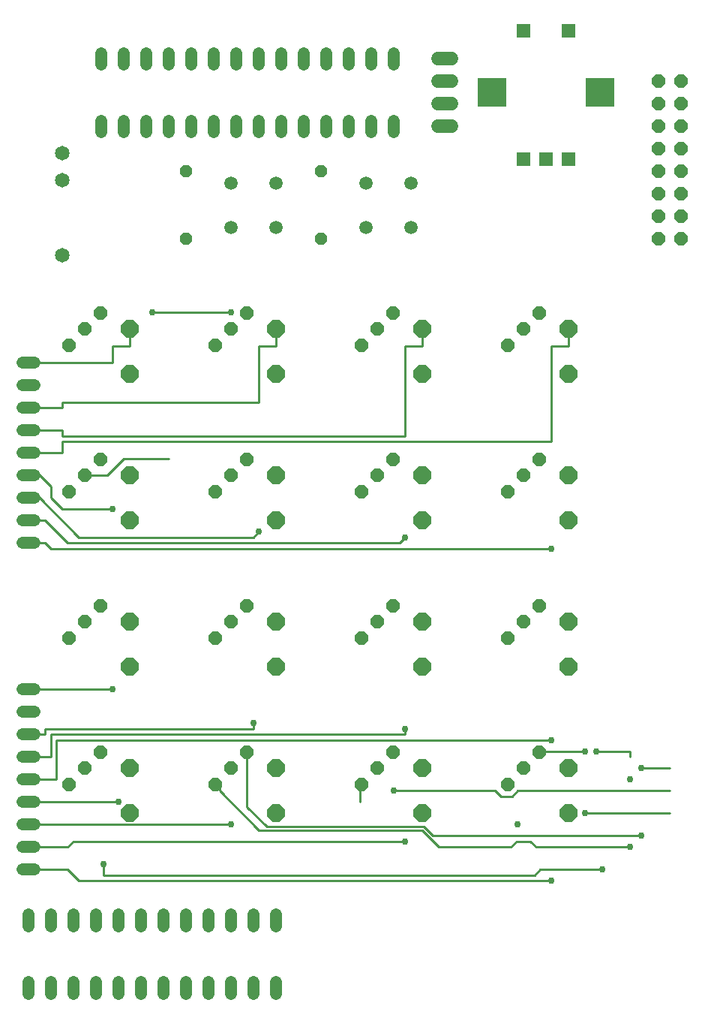
<source format=gtl>
G04 EAGLE Gerber RS-274X export*
G75*
%MOMM*%
%FSLAX34Y34*%
%LPD*%
%INTop Copper*%
%IPPOS*%
%AMOC8*
5,1,8,0,0,1.08239X$1,22.5*%
G01*
%ADD10P,2.110661X8X22.500000*%
%ADD11P,1.632244X8X67.500000*%
%ADD12C,1.650000*%
%ADD13R,1.508000X1.508000*%
%ADD14R,3.216000X3.216000*%
%ADD15C,1.508000*%
%ADD16C,1.320800*%
%ADD17C,1.524000*%
%ADD18P,1.429621X8X112.500000*%
%ADD19P,1.649562X8X112.500000*%
%ADD20C,0.254000*%
%ADD21C,0.756400*%


D10*
X152400Y584200D03*
X152400Y635000D03*
D11*
X101600Y635000D03*
X83640Y617039D03*
X119561Y652961D03*
D10*
X317500Y584200D03*
X317500Y635000D03*
D11*
X266700Y635000D03*
X248740Y617039D03*
X284661Y652961D03*
D10*
X482600Y584200D03*
X482600Y635000D03*
D11*
X431800Y635000D03*
X413840Y617039D03*
X449761Y652961D03*
D10*
X647700Y584200D03*
X647700Y635000D03*
D11*
X596900Y635000D03*
X578940Y617039D03*
X614861Y652961D03*
D10*
X152400Y419100D03*
X152400Y469900D03*
D11*
X101600Y469900D03*
X83640Y451939D03*
X119561Y487861D03*
D10*
X317500Y419100D03*
X317500Y469900D03*
D11*
X266700Y469900D03*
X248740Y451939D03*
X284661Y487861D03*
D10*
X482600Y419100D03*
X482600Y469900D03*
D11*
X431800Y469900D03*
X413840Y451939D03*
X449761Y487861D03*
D10*
X647700Y419100D03*
X647700Y469900D03*
D11*
X596900Y469900D03*
X578940Y451939D03*
X614861Y487861D03*
D10*
X152400Y254000D03*
X152400Y304800D03*
D11*
X101600Y304800D03*
X83640Y286839D03*
X119561Y322761D03*
D10*
X317500Y254000D03*
X317500Y304800D03*
D11*
X266700Y304800D03*
X248740Y286839D03*
X284661Y322761D03*
D10*
X482600Y254000D03*
X482600Y304800D03*
D11*
X431800Y304800D03*
X413840Y286839D03*
X449761Y322761D03*
D10*
X647700Y254000D03*
X647700Y304800D03*
D11*
X596900Y304800D03*
X578940Y286839D03*
X614861Y322761D03*
D10*
X152400Y88900D03*
X152400Y139700D03*
D11*
X101600Y139700D03*
X83640Y121739D03*
X119561Y157661D03*
D10*
X317500Y88900D03*
X317500Y139700D03*
D11*
X266700Y139700D03*
X248740Y121739D03*
X284661Y157661D03*
D10*
X482600Y88900D03*
X482600Y139700D03*
D11*
X431800Y139700D03*
X413840Y121739D03*
X449761Y157661D03*
D10*
X647700Y88900D03*
X647700Y139700D03*
D11*
X596900Y139700D03*
X578940Y121739D03*
X614861Y157661D03*
D12*
X76200Y718350D03*
X76200Y803350D03*
X76200Y833350D03*
D13*
X597300Y826700D03*
X622300Y826700D03*
X647300Y826700D03*
X597300Y971700D03*
X647300Y971700D03*
D14*
X561300Y901700D03*
X683300Y901700D03*
D15*
X419500Y799700D03*
X419500Y749700D03*
X469500Y749700D03*
X469500Y799700D03*
X267100Y799700D03*
X267100Y749700D03*
X317100Y749700D03*
X317100Y799700D03*
D16*
X120650Y856996D02*
X120650Y870204D01*
X146050Y870204D02*
X146050Y856996D01*
X171450Y856996D02*
X171450Y870204D01*
X196850Y870204D02*
X196850Y856996D01*
X222250Y856996D02*
X222250Y870204D01*
X247650Y870204D02*
X247650Y856996D01*
X273050Y856996D02*
X273050Y870204D01*
X298450Y870204D02*
X298450Y856996D01*
X323850Y856996D02*
X323850Y870204D01*
X349250Y870204D02*
X349250Y856996D01*
X374650Y856996D02*
X374650Y870204D01*
X400050Y870204D02*
X400050Y856996D01*
X425450Y856996D02*
X425450Y870204D01*
X450850Y870204D02*
X450850Y856996D01*
X450850Y933196D02*
X450850Y946404D01*
X425450Y946404D02*
X425450Y933196D01*
X400050Y933196D02*
X400050Y946404D01*
X374650Y946404D02*
X374650Y933196D01*
X349250Y933196D02*
X349250Y946404D01*
X323850Y946404D02*
X323850Y933196D01*
X298450Y933196D02*
X298450Y946404D01*
X273050Y946404D02*
X273050Y933196D01*
X247650Y933196D02*
X247650Y946404D01*
X222250Y946404D02*
X222250Y933196D01*
X196850Y933196D02*
X196850Y946404D01*
X171450Y946404D02*
X171450Y933196D01*
X146050Y933196D02*
X146050Y946404D01*
X120650Y946404D02*
X120650Y933196D01*
X44704Y596900D02*
X31496Y596900D01*
X31496Y571500D02*
X44704Y571500D01*
X44704Y546100D02*
X31496Y546100D01*
X31496Y520700D02*
X44704Y520700D01*
X44704Y495300D02*
X31496Y495300D01*
X31496Y469900D02*
X44704Y469900D01*
X44704Y444500D02*
X31496Y444500D01*
X31496Y419100D02*
X44704Y419100D01*
X44704Y393700D02*
X31496Y393700D01*
X31496Y228600D02*
X44704Y228600D01*
X44704Y203200D02*
X31496Y203200D01*
X31496Y177800D02*
X44704Y177800D01*
X44704Y152400D02*
X31496Y152400D01*
X31496Y127000D02*
X44704Y127000D01*
X44704Y101600D02*
X31496Y101600D01*
X31496Y76200D02*
X44704Y76200D01*
X44704Y50800D02*
X31496Y50800D01*
X31496Y25400D02*
X44704Y25400D01*
D17*
X500380Y863600D02*
X515620Y863600D01*
X515620Y889000D02*
X500380Y889000D01*
X500380Y914400D02*
X515620Y914400D01*
X515620Y939800D02*
X500380Y939800D01*
D18*
X215900Y736600D03*
X215900Y812800D03*
X368300Y736600D03*
X368300Y812800D03*
D19*
X774700Y736600D03*
X749300Y736600D03*
X774700Y762000D03*
X749300Y762000D03*
X774700Y787400D03*
X749300Y787400D03*
X774700Y812800D03*
X749300Y812800D03*
X774700Y838200D03*
X749300Y838200D03*
X774700Y863600D03*
X749300Y863600D03*
X774700Y889000D03*
X749300Y889000D03*
X774700Y914400D03*
X749300Y914400D03*
D16*
X38100Y-101346D02*
X38100Y-114554D01*
X63500Y-114554D02*
X63500Y-101346D01*
X88900Y-101346D02*
X88900Y-114554D01*
X114300Y-114554D02*
X114300Y-101346D01*
X139700Y-101346D02*
X139700Y-114554D01*
X165100Y-114554D02*
X165100Y-101346D01*
X190500Y-101346D02*
X190500Y-114554D01*
X215900Y-114554D02*
X215900Y-101346D01*
X241300Y-101346D02*
X241300Y-114554D01*
X266700Y-114554D02*
X266700Y-101346D01*
X292100Y-101346D02*
X292100Y-114554D01*
X317500Y-114554D02*
X317500Y-101346D01*
X317500Y-38354D02*
X317500Y-25146D01*
X292100Y-25146D02*
X292100Y-38354D01*
X266700Y-38354D02*
X266700Y-25146D01*
X241300Y-25146D02*
X241300Y-38354D01*
X215900Y-38354D02*
X215900Y-25146D01*
X190500Y-25146D02*
X190500Y-38354D01*
X165100Y-38354D02*
X165100Y-25146D01*
X139700Y-25146D02*
X139700Y-38354D01*
X114300Y-38354D02*
X114300Y-25146D01*
X88900Y-25146D02*
X88900Y-38354D01*
X63500Y-38354D02*
X63500Y-25146D01*
X38100Y-25146D02*
X38100Y-38354D01*
D20*
X177800Y654050D02*
X266700Y654050D01*
D21*
X177800Y654050D03*
X266700Y654050D03*
D20*
X127000Y469900D02*
X101600Y469900D01*
X146050Y488950D02*
X196850Y488950D01*
X146050Y488950D02*
X127000Y469900D01*
X730250Y139700D02*
X762000Y139700D01*
D21*
X730250Y139700D03*
X730250Y63500D03*
D20*
X494697Y63500D01*
X484283Y73914D01*
X307086Y73914D01*
X284661Y96339D02*
X284661Y157661D01*
X284661Y96339D02*
X307086Y73914D01*
X590550Y114300D02*
X762000Y114300D01*
X590550Y114300D02*
X584200Y107950D01*
X571500Y107950D01*
X565150Y114300D01*
X450850Y114300D01*
D21*
X450850Y114300D03*
D20*
X614861Y157661D02*
X615950Y158750D01*
X666750Y158750D01*
X666750Y88900D02*
X762000Y88900D01*
D21*
X666750Y158750D03*
X666750Y88900D03*
X123042Y31750D03*
D20*
X123042Y19050D01*
D21*
X685800Y25400D03*
X679450Y158750D03*
D20*
X717550Y158750D01*
X717550Y152400D01*
X609600Y19050D02*
X123042Y19050D01*
X615950Y25400D02*
X685800Y25400D01*
X615950Y25400D02*
X609600Y19050D01*
D21*
X717550Y127000D03*
X717550Y50800D03*
D20*
X610971Y50800D01*
X604741Y57030D01*
X589059Y57030D01*
X582829Y50800D01*
X501650Y50800D01*
X482600Y69850D01*
X298450Y69850D02*
X254000Y114300D01*
X254000Y120650D01*
X252911Y121739D01*
X248740Y121739D01*
X298450Y69850D02*
X482600Y69850D01*
X412750Y101600D02*
X412750Y120650D01*
X413840Y121739D01*
D21*
X590550Y76200D03*
D20*
X57150Y393700D02*
X38100Y393700D01*
X57150Y393700D02*
X63500Y387350D01*
X628650Y387350D01*
D21*
X628650Y387350D03*
D20*
X57150Y419100D02*
X38100Y419100D01*
X57150Y419100D02*
X82550Y393700D01*
X457200Y393700D01*
X463550Y400050D01*
D21*
X463550Y400050D03*
D20*
X50800Y444500D02*
X38100Y444500D01*
X50800Y444500D02*
X95250Y400050D01*
X292100Y400050D01*
X298450Y406400D01*
D21*
X298450Y406400D03*
D20*
X63500Y457200D02*
X50800Y469900D01*
X63500Y457200D02*
X63500Y444500D01*
X76200Y431800D01*
X133350Y431800D01*
X50800Y469900D02*
X38100Y469900D01*
D21*
X133350Y431800D03*
D20*
X76200Y495300D02*
X38100Y495300D01*
X76200Y495300D02*
X76200Y508000D01*
X628650Y615950D02*
X647700Y615950D01*
X647700Y635000D01*
X628650Y508000D02*
X76200Y508000D01*
X628650Y508000D02*
X628650Y615950D01*
X76200Y520700D02*
X38100Y520700D01*
X76200Y520700D02*
X76200Y514350D01*
X463550Y514350D01*
X463550Y615950D02*
X482600Y615950D01*
X482600Y635000D01*
X463550Y615950D02*
X463550Y514350D01*
X76200Y546100D02*
X38100Y546100D01*
X76200Y546100D02*
X76200Y552450D01*
X298450Y615950D02*
X317500Y615950D01*
X317500Y635000D01*
X298450Y552450D02*
X76200Y552450D01*
X298450Y552450D02*
X298450Y615950D01*
X152400Y615950D02*
X152400Y635000D01*
X133350Y615950D02*
X133350Y596900D01*
X38100Y596900D01*
X133350Y615950D02*
X152400Y615950D01*
X57150Y184150D02*
X57150Y177800D01*
X57150Y184150D02*
X292100Y184150D01*
X292100Y190500D01*
D21*
X292100Y190500D03*
D20*
X57150Y177800D02*
X38100Y177800D01*
X38100Y152400D02*
X63500Y152400D01*
X63500Y177800D01*
X463550Y177800D01*
X463550Y184150D01*
D21*
X463550Y184150D03*
D20*
X69850Y171450D02*
X69850Y127000D01*
D21*
X628650Y171450D03*
D20*
X69850Y127000D02*
X38100Y127000D01*
X69850Y171450D02*
X628650Y171450D01*
X139700Y101600D02*
X38100Y101600D01*
D21*
X139700Y101600D03*
X266700Y76200D03*
D20*
X38100Y76200D01*
X38100Y50800D02*
X82550Y50800D01*
X88900Y57150D01*
X463550Y57150D01*
D21*
X463550Y57150D03*
D20*
X82550Y25400D02*
X38100Y25400D01*
X82550Y25400D02*
X95250Y12700D01*
X628650Y12700D01*
D21*
X628650Y12700D03*
D20*
X133350Y228600D02*
X38100Y228600D01*
D21*
X133350Y228600D03*
M02*

</source>
